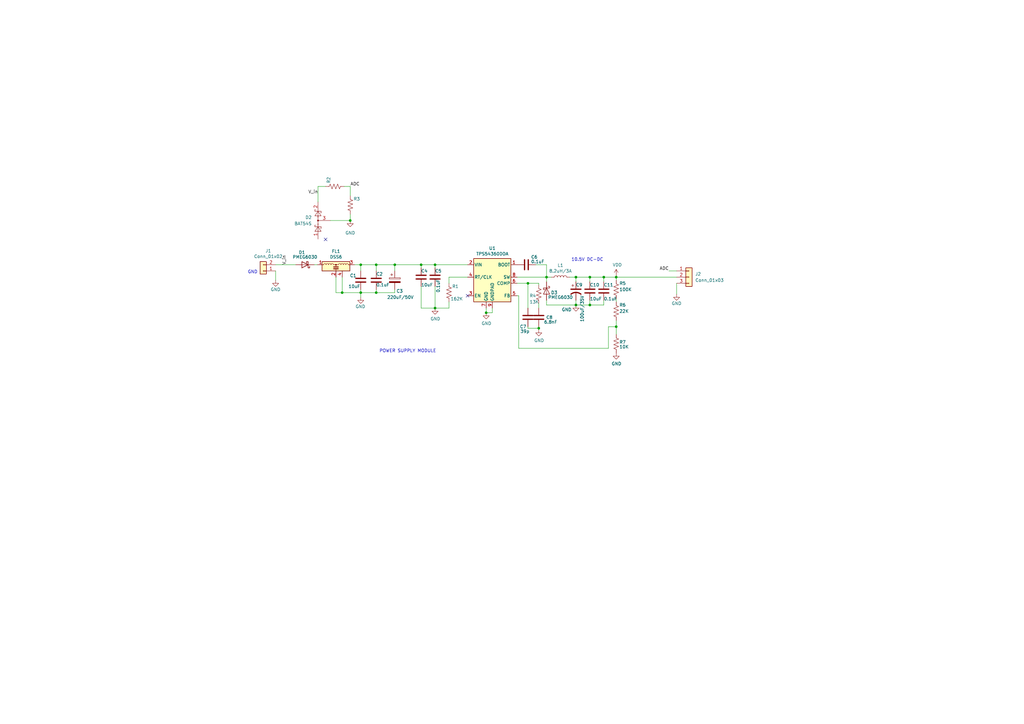
<source format=kicad_sch>
(kicad_sch (version 20211123) (generator eeschema)
  (paper "A3")
  (lib_symbols
    (symbol "BASE_PCB-rescue:C-Device" (pin_numbers hide) (pin_names (offset 0.254))
      (property "Reference" "C" (at 0.635 2.54 0))
      (property "Value" "C-Device" (at 0.635 -2.54 0))
      (symbol "C-Device_0_1"
        (polyline (pts (xy -2.032 -0.762) (xy 2.032 -0.762)) (stroke (width 0.508)))
        (polyline (pts (xy -2.032 0.762) (xy 2.032 0.762)) (stroke (width 0.508)))
      )
      (symbol "C-Device_1_1"
        (pin passive line (at 0 3.81 270) (length 2.794) (name "~") (number "1"))
        (pin passive line (at 0 -3.81 90) (length 2.794) (name "~") (number "2"))
      )
    )
    (symbol "BASE_PCB-rescue:CP1-Device" (pin_numbers hide) (pin_names (offset 0.254) hide)
      (property "Reference" "C" (at 0.635 2.54 0))
      (property "Value" "CP1-Device" (at 0.635 -2.54 0))
      (symbol "CP1-Device_0_1"
        (polyline (pts (xy -2.032 0.762) (xy 2.032 0.762)) (stroke (width 0.508)))
        (polyline (pts (xy -1.778 2.286) (xy -0.762 2.286)))
        (polyline (pts (xy -1.27 1.778) (xy -1.27 2.794)))
        (arc (start 2.032 -1.27) (mid 0 -0.5572) (end -2.032 -1.27) (stroke (width 0.508)))
      )
      (symbol "CP1-Device_1_1"
        (pin passive line (at 0 3.81 270) (length 2.794) (name "~") (number "1"))
        (pin passive line (at 0 -3.81 90) (length 3.302) (name "~") (number "2"))
      )
    )
    (symbol "BASE_PCB-rescue:EMI_Filter_LCL-Device" (pin_names (offset 0.254) hide)
      (property "Reference" "FL1" (at 0 8.0518 0))
      (property "Value" "DSS6" (at 0 5.7404 0))
      (symbol "EMI_Filter_LCL-Device_0_1"
        (rectangle (start -5.715 3.81) (end 5.715 0) (stroke (width 0.254)) (fill (type background)))
        (arc (start -4.064 2.54) (mid -4.572 3.048) (end -5.08 2.54))
        (arc (start -3.048 2.54) (mid -3.556 3.048) (end -4.064 2.54))
        (arc (start -2.032 2.54) (mid -2.54 3.048) (end -3.048 2.54))
        (rectangle (start -1.016 0.762) (end 1.016 1.016) (fill (type outline)))
        (arc (start -1.016 2.54) (mid -1.524 3.048) (end -2.032 2.54))
        (polyline (pts (xy -1.016 2.54) (xy 1.016 2.54)))
        (polyline (pts (xy 0 0.762) (xy 0 0)))
        (polyline (pts (xy 0 2.54) (xy 0 1.778)))
        (circle (center 0 2.54) (radius 0.254) (fill (type outline)))
        (rectangle (start 1.016 1.524) (end -1.016 1.778) (fill (type outline)))
        (arc (start 2.032 2.54) (mid 1.524 3.048) (end 1.016 2.54))
        (arc (start 3.048 2.54) (mid 2.54 3.048) (end 2.032 2.54))
        (arc (start 4.064 2.54) (mid 3.556 3.048) (end 3.048 2.54))
        (arc (start 5.08 2.54) (mid 4.572 3.048) (end 4.064 2.54))
      )
      (symbol "EMI_Filter_LCL-Device_1_1"
        (pin passive line (at -7.62 2.54 0) (length 2.54) (name "1") (number "1"))
        (pin passive line (at 0 -2.54 90) (length 2.54) (name "2") (number "2"))
        (pin passive line (at 7.62 2.54 180) (length 2.54) (name "3") (number "3"))
        (pin passive line (at 2.54 -2.54 90) (length 2.54) (name "GND") (number "4"))
      )
    )
    (symbol "BASE_PCB-rescue:L-Device" (pin_numbers hide) (pin_names (offset 1.016) hide)
      (property "Reference" "L" (at -1.27 0 90))
      (property "Value" "L-Device" (at 1.905 0 90))
      (symbol "L-Device_0_1"
        (arc (start 0 -2.54) (mid 0.635 -1.905) (end 0 -1.27))
        (arc (start 0 -1.27) (mid 0.635 -0.635) (end 0 0))
        (arc (start 0 0) (mid 0.635 0.635) (end 0 1.27))
        (arc (start 0 1.27) (mid 0.635 1.905) (end 0 2.54))
      )
      (symbol "L-Device_1_1"
        (pin passive line (at 0 3.81 270) (length 1.27) (name "1") (number "1"))
        (pin passive line (at 0 -3.81 90) (length 1.27) (name "2") (number "2"))
      )
    )
    (symbol "BASE_PCB-rescue:R_US-Device" (pin_numbers hide) (pin_names (offset 0))
      (property "Reference" "R" (at 2.54 0 90))
      (property "Value" "R_US-Device" (at -2.54 0 90))
      (symbol "R_US-Device_0_1"
        (polyline (pts (xy 0 -2.286) (xy 0 -2.54)))
        (polyline (pts (xy 0 2.286) (xy 0 2.54)))
        (polyline (pts (xy 0 -0.762) (xy 1.016 -1.143) (xy 0 -1.524) (xy -1.016 -1.905) (xy 0 -2.286)))
        (polyline (pts (xy 0 0.762) (xy 1.016 0.381) (xy 0 0) (xy -1.016 -0.381) (xy 0 -0.762)))
        (polyline (pts (xy 0 2.286) (xy 1.016 1.905) (xy 0 1.524) (xy -1.016 1.143) (xy 0 0.762)))
      )
      (symbol "R_US-Device_1_1"
        (pin passive line (at 0 3.81 270) (length 1.27) (name "~") (number "1"))
        (pin passive line (at 0 -3.81 90) (length 1.27) (name "~") (number "2"))
      )
    )
    (symbol "Connector_Generic:Conn_01x02" (pin_names (offset 1.016) hide)
      (property "Reference" "J" (at 0 2.54 0))
      (property "Value" "Conn_01x02" (at 0 -5.08 0))
      (symbol "Conn_01x02_1_1"
        (rectangle (start -1.27 -2.413) (end 0 -2.667) (stroke (width 0.1524)))
        (rectangle (start -1.27 0.127) (end 0 -0.127) (stroke (width 0.1524)))
        (rectangle (start -1.27 1.27) (end 1.27 -3.81) (stroke (width 0.254)) (fill (type background)))
        (pin passive line (at -5.08 0 0) (length 3.81) (name "Pin_1") (number "1"))
        (pin passive line (at -5.08 -2.54 0) (length 3.81) (name "Pin_2") (number "2"))
      )
    )
    (symbol "Connector_Generic:Conn_01x03" (pin_names (offset 1.016) hide)
      (property "Reference" "J" (at 0 5.08 0))
      (property "Value" "Conn_01x03" (at 0 -5.08 0))
      (symbol "Conn_01x03_1_1"
        (rectangle (start -1.27 -2.413) (end 0 -2.667) (stroke (width 0.1524)))
        (rectangle (start -1.27 0.127) (end 0 -0.127) (stroke (width 0.1524)))
        (rectangle (start -1.27 2.667) (end 0 2.413) (stroke (width 0.1524)))
        (rectangle (start -1.27 3.81) (end 1.27 -3.81) (stroke (width 0.254)) (fill (type background)))
        (pin passive line (at -5.08 2.54 0) (length 3.81) (name "Pin_1") (number "1"))
        (pin passive line (at -5.08 0 0) (length 3.81) (name "Pin_2") (number "2"))
        (pin passive line (at -5.08 -2.54 0) (length 3.81) (name "Pin_3") (number "3"))
      )
    )
    (symbol "Device:CP" (pin_numbers hide) (pin_names (offset 0.254))
      (property "Reference" "C" (at 0.635 2.54 0))
      (property "Value" "Device_CP" (at 0.635 -2.54 0))
      (symbol "CP_0_1"
        (rectangle (start -2.286 0.508) (end 2.286 1.016))
        (polyline (pts (xy -1.778 2.286) (xy -0.762 2.286)))
        (polyline (pts (xy -1.27 2.794) (xy -1.27 1.778)))
        (rectangle (start 2.286 -0.508) (end -2.286 -1.016) (fill (type outline)))
      )
      (symbol "CP_1_1"
        (pin passive line (at 0 3.81 270) (length 2.794) (name "~") (number "1"))
        (pin passive line (at 0 -3.81 90) (length 2.794) (name "~") (number "2"))
      )
    )
    (symbol "Diode:1N5819" (pin_numbers hide) (pin_names (offset 1.016) hide)
      (property "Reference" "D" (at 0 2.54 0))
      (property "Value" "1N5819" (at 0 -2.54 0))
      (symbol "1N5819_0_1"
        (polyline (pts (xy 1.27 0) (xy -1.27 0)))
        (polyline (pts (xy 1.27 1.27) (xy 1.27 -1.27) (xy -1.27 0) (xy 1.27 1.27)) (stroke (width 0.254)))
        (polyline (pts (xy -1.905 0.635) (xy -1.905 1.27) (xy -1.27 1.27) (xy -1.27 -1.27) (xy -0.635 -1.27) (xy -0.635 -0.635)) (stroke (width 0.254)))
      )
      (symbol "1N5819_1_1"
        (pin passive line (at -3.81 0 0) (length 2.54) (name "K") (number "1"))
        (pin passive line (at 3.81 0 180) (length 2.54) (name "A") (number "2"))
      )
    )
    (symbol "Diode:BAT54S" (pin_names (offset 1.016))
      (property "Reference" "D" (at 0.635 -3.81 0))
      (property "Value" "BAT54S" (at -6.35 3.175 0))
      (symbol "BAT54S_0_1"
        (polyline (pts (xy -3.81 0) (xy -1.27 0)))
        (polyline (pts (xy -3.175 -1.27) (xy -3.175 -1.016)))
        (polyline (pts (xy -2.54 -1.27) (xy -3.175 -1.27)))
        (polyline (pts (xy -2.54 -1.27) (xy -2.54 1.27)))
        (polyline (pts (xy -2.54 1.27) (xy -1.905 1.27)))
        (polyline (pts (xy -1.905 0) (xy 1.905 0)))
        (polyline (pts (xy -1.905 1.27) (xy -1.905 1.016)))
        (polyline (pts (xy 1.27 0) (xy 3.81 0)))
        (polyline (pts (xy 3.175 -1.27) (xy 3.175 -1.016)))
        (polyline (pts (xy 3.81 -1.27) (xy 3.175 -1.27)))
        (polyline (pts (xy 3.81 -1.27) (xy 3.81 1.27)))
        (polyline (pts (xy 3.81 1.27) (xy 4.445 1.27)))
        (polyline (pts (xy 4.445 1.27) (xy 4.445 1.016)))
        (polyline (pts (xy -4.445 1.27) (xy -4.445 -1.27) (xy -2.54 0) (xy -4.445 1.27)))
        (polyline (pts (xy 1.905 1.27) (xy 1.905 -1.27) (xy 3.81 0) (xy 1.905 1.27)))
        (circle (center 0 0) (radius 0.254) (fill (type outline)))
      )
      (symbol "BAT54S_1_1"
        (pin passive line (at -7.62 0 0) (length 3.81) (name "~") (number "1"))
        (pin passive line (at 7.62 0 180) (length 3.81) (name "~") (number "2"))
        (pin passive line (at 0 -5.08 90) (length 5.08) (name "~") (number "3"))
      )
    )
    (symbol "Diode:PMEG6010CEH" (pin_numbers hide) (pin_names hide)
      (property "Reference" "D" (at 0 2.54 0))
      (property "Value" "PMEG6010CEH" (at 0 -2.54 0))
      (symbol "PMEG6010CEH_0_1"
        (polyline (pts (xy 1.27 0) (xy -1.27 0)))
        (polyline (pts (xy 1.27 1.27) (xy 1.27 -1.27) (xy -1.27 0) (xy 1.27 1.27)) (stroke (width 0.2032)))
        (polyline (pts (xy -1.905 0.635) (xy -1.905 1.27) (xy -1.27 1.27) (xy -1.27 -1.27) (xy -0.635 -1.27) (xy -0.635 -0.635)) (stroke (width 0.2032)))
      )
      (symbol "PMEG6010CEH_1_1"
        (pin passive line (at -3.81 0 0) (length 2.54) (name "K") (number "1"))
        (pin passive line (at 3.81 0 180) (length 2.54) (name "A") (number "2"))
      )
    )
    (symbol "Regulator_Switching:TPS54360DDA" (pin_names (offset 0.254))
      (property "Reference" "U" (at -7.62 11.43 0))
      (property "Value" "TPS54360DDA" (at -7.62 8.89 0))
      (symbol "TPS54360DDA_0_1"
        (rectangle (start -7.62 7.62) (end 7.62 -10.16) (stroke (width 0.254)) (fill (type background)))
      )
      (symbol "TPS54360DDA_1_1"
        (pin input line (at 10.16 5.08 180) (length 2.54) (name "BOOT") (number "1"))
        (pin power_in line (at -10.16 5.08 0) (length 2.54) (name "VIN") (number "2"))
        (pin input line (at -10.16 -7.62 0) (length 2.54) (name "EN") (number "3"))
        (pin input line (at -10.16 0 0) (length 2.54) (name "RT/CLK") (number "4"))
        (pin input line (at 10.16 -7.62 180) (length 2.54) (name "FB") (number "5"))
        (pin passive line (at 10.16 -2.54 180) (length 2.54) (name "COMP") (number "6"))
        (pin power_in line (at -2.54 -12.7 90) (length 2.54) (name "GND") (number "7"))
        (pin output line (at 10.16 0 180) (length 2.54) (name "SW") (number "8"))
        (pin power_in line (at 0 -12.7 90) (length 2.54) (name "GNDPAD") (number "9"))
      )
    )
    (symbol "power:GND" (power) (pin_names (offset 0))
      (property "Value" "GND" (at 0 -3.81 0))
      (symbol "GND_0_1"
        (polyline (pts (xy 0 0) (xy 0 -1.27) (xy 1.27 -1.27) (xy 0 -2.54) (xy -1.27 -1.27) (xy 0 -1.27)))
      )
      (symbol "GND_1_1"
        (pin power_in line (at 0 0 270) (length 0) hide (name "GND") (number "1"))
      )
    )
    (symbol "power:VDD" (power) (pin_names (offset 0))
      (property "Value" "VDD" (at 0 3.81 0))
      (symbol "VDD_0_1"
        (polyline (pts (xy -0.762 1.27) (xy 0 2.54)))
        (polyline (pts (xy 0 0) (xy 0 2.54)))
        (polyline (pts (xy 0 2.54) (xy 0.762 1.27)))
      )
      (symbol "VDD_1_1"
        (pin power_in line (at 0 0 90) (length 0) hide (name "VDD") (number "1"))
      )
    )
  )
  (junction (at 172.72 108.585))
  (junction (at 154.305 120.015))
  (junction (at 252.73 133.985))
  (junction (at 178.435 108.585))
  (junction (at 241.935 113.665))
  (junction (at 178.435 126.365))
  (junction (at 224.155 113.665))
  (junction (at 236.22 113.665))
  (junction (at 143.6378 90.4494))
  (junction (at 199.39 128.27))
  (junction (at 241.935 125.095))
  (junction (at 216.535 116.205))
  (junction (at 154.305 108.585))
  (junction (at 220.98 134.62))
  (junction (at 147.955 120.015))
  (junction (at 140.335 120.015))
  (junction (at 247.65 113.665))
  (junction (at 147.955 108.585))
  (junction (at 252.73 113.665))
  (junction (at 236.22 125.095))
  (junction (at 161.925 108.585))
  (no_connect (at 191.77 121.285))
  (no_connect (at 133.5378 98.1994))
  (wire (pts (xy 216.535 133.985) (xy 216.535 134.62)))
  (wire (pts (xy 128.905 108.585) (xy 130.175 108.585)))
  (wire (pts (xy 184.15 126.365) (xy 184.15 123.825)))
  (wire (pts (xy 277.495 120.65) (xy 277.495 116.205)))
  (wire (pts (xy 184.15 113.665) (xy 184.15 116.205)))
  (wire (pts (xy 236.22 113.665) (xy 241.935 113.665)))
  (wire (pts (xy 224.155 113.665) (xy 226.06 113.665)))
  (wire (pts (xy 236.22 125.095) (xy 241.935 125.095)))
  (wire (pts (xy 145.415 108.585) (xy 147.955 108.585)))
  (wire (pts (xy 191.77 113.665) (xy 184.15 113.665)))
  (wire (pts (xy 161.925 108.585) (xy 172.72 108.585)))
  (wire (pts (xy 137.795 120.015) (xy 140.335 120.015)))
  (wire (pts (xy 216.535 116.205) (xy 220.98 116.205)))
  (wire (pts (xy 212.725 142.875) (xy 249.555 142.875)))
  (wire (pts (xy 247.65 125.095) (xy 247.65 123.19)))
  (wire (pts (xy 247.65 113.665) (xy 252.73 113.665)))
  (wire (pts (xy 130.429 76.4794) (xy 130.429 82.8294)))
  (wire (pts (xy 143.6878 87.9094) (xy 143.6878 90.4494)))
  (wire (pts (xy 233.68 113.665) (xy 236.22 113.665)))
  (wire (pts (xy 241.935 113.665) (xy 247.65 113.665)))
  (wire (pts (xy 224.155 115.57) (xy 224.155 113.665)))
  (wire (pts (xy 241.935 113.665) (xy 241.935 115.57)))
  (wire (pts (xy 252.73 113.665) (xy 252.73 114.935)))
  (wire (pts (xy 172.72 117.475) (xy 172.72 126.365)))
  (wire (pts (xy 178.435 109.855) (xy 178.435 108.585)))
  (wire (pts (xy 220.98 124.46) (xy 220.98 126.365)))
  (wire (pts (xy 216.535 126.365) (xy 216.535 116.205)))
  (wire (pts (xy 201.93 128.27) (xy 201.93 126.365)))
  (wire (pts (xy 274.32 111.125) (xy 277.495 111.125)))
  (wire (pts (xy 252.73 122.555) (xy 252.73 123.825)))
  (wire (pts (xy 178.435 108.585) (xy 172.72 108.585)))
  (wire (pts (xy 140.335 120.015) (xy 147.955 120.015)))
  (wire (pts (xy 199.39 128.27) (xy 201.93 128.27)))
  (wire (pts (xy 178.435 117.475) (xy 178.435 126.365)))
  (wire (pts (xy 154.305 108.585) (xy 161.925 108.585)))
  (wire (pts (xy 161.925 120.015) (xy 161.925 118.745)))
  (wire (pts (xy 133.5278 76.4794) (xy 130.429 76.4794)))
  (wire (pts (xy 219.71 108.585) (xy 224.155 108.585)))
  (wire (pts (xy 252.73 113.665) (xy 252.73 113.03)))
  (wire (pts (xy 241.935 125.095) (xy 247.65 125.095)))
  (wire (pts (xy 178.435 108.585) (xy 191.77 108.585)))
  (wire (pts (xy 147.955 108.585) (xy 154.305 108.585)))
  (wire (pts (xy 172.72 126.365) (xy 178.435 126.365)))
  (wire (pts (xy 137.795 113.665) (xy 137.795 120.015)))
  (wire (pts (xy 154.305 111.125) (xy 154.305 108.585)))
  (wire (pts (xy 224.155 108.585) (xy 224.155 113.665)))
  (wire (pts (xy 247.65 115.57) (xy 247.65 113.665)))
  (wire (pts (xy 113.03 108.585) (xy 121.285 108.585)))
  (wire (pts (xy 277.495 113.665) (xy 252.73 113.665)))
  (wire (pts (xy 161.925 108.585) (xy 161.925 111.125)))
  (wire (pts (xy 199.39 126.365) (xy 199.39 128.27)))
  (wire (pts (xy 147.955 111.125) (xy 147.955 108.585)))
  (wire (pts (xy 236.22 123.19) (xy 236.22 125.095)))
  (wire (pts (xy 224.155 125.095) (xy 236.22 125.095)))
  (wire (pts (xy 249.555 133.985) (xy 249.555 142.875)))
  (wire (pts (xy 140.335 113.665) (xy 140.335 120.015)))
  (wire (pts (xy 252.73 133.985) (xy 249.555 133.985)))
  (wire (pts (xy 154.305 120.015) (xy 154.305 118.745)))
  (wire (pts (xy 143.6878 76.4794) (xy 143.6878 80.2894)))
  (wire (pts (xy 154.305 120.015) (xy 161.925 120.015)))
  (wire (pts (xy 147.955 120.015) (xy 154.305 120.015)))
  (wire (pts (xy 212.09 121.285) (xy 212.725 121.285)))
  (wire (pts (xy 143.6378 90.4494) (xy 135.509 90.4494)))
  (wire (pts (xy 220.98 134.62) (xy 220.98 135.255)))
  (wire (pts (xy 252.73 131.445) (xy 252.73 133.985)))
  (wire (pts (xy 141.1478 76.4794) (xy 143.6878 76.4794)))
  (wire (pts (xy 236.22 115.57) (xy 236.22 113.665)))
  (wire (pts (xy 224.155 123.19) (xy 224.155 125.095)))
  (wire (pts (xy 220.98 116.205) (xy 220.98 116.84)))
  (wire (pts (xy 147.955 120.015) (xy 147.955 121.92)))
  (wire (pts (xy 220.98 133.985) (xy 220.98 134.62)))
  (wire (pts (xy 241.935 123.19) (xy 241.935 125.095)))
  (wire (pts (xy 147.955 118.745) (xy 147.955 120.015)))
  (wire (pts (xy 212.725 121.285) (xy 212.725 142.875)))
  (wire (pts (xy 178.435 126.365) (xy 184.15 126.365)))
  (wire (pts (xy 252.73 133.985) (xy 252.73 137.16)))
  (wire (pts (xy 216.535 134.62) (xy 220.98 134.62)))
  (wire (pts (xy 113.03 114.935) (xy 113.03 111.125)))
  (wire (pts (xy 212.09 113.665) (xy 224.155 113.665)))
  (wire (pts (xy 143.6878 90.4494) (xy 143.6378 90.4494)))
  (wire (pts (xy 172.72 108.585) (xy 172.72 109.855)))
  (wire (pts (xy 212.09 116.205) (xy 216.535 116.205)))
  (text "10.5V DC-DC" (at 234.315 107.315 0) (effects (font (size 1.27 1.27)) (justify left bottom)))
  (text "POWER SUPPLY MODULE\n" (at 155.575 144.78 0) (effects (font (size 1.27 1.27)) (justify left bottom)))
  (text "GND" (at 101.6 112.395 0) (effects (font (size 1.27 1.27)) (justify left bottom)))
  (label "ADC" (at 143.6878 76.4794 0))
  (label "ADC" (at 274.32 111.125 180))
  (label "V_in" (at 130.429 79.7052 180))
  (label "V_in" (at 117.602 108.585 90))
  (symbol (lib_id "BASE_PCB-rescue:R_US-Device") (at 252.73 118.745 0) (unit 1)
    (property "Reference" "R5" (at 254 116.205 0) (effects (justify left)))
    (property "Value" "100K" (at 254 118.745 0) (effects (justify left)))
    (property "Footprint" "Resistor_SMD:R_0805_2012Metric_Pad1.20x1.40mm_HandSolder" (effects hide))
  )
  (symbol (lib_id "BASE_PCB-rescue:CP1-Device") (at 236.22 119.38 0) (unit 1)
    (property "Reference" "C9" (at 236.22 116.84 0) (effects (justify left)))
    (property "Value" "100uF/35V" (at 238.76 132.08 90) (effects (justify left)))
    (property "Footprint" "Capacitor_SMD:CP_Elec_10x14.3" (effects hide))
  )
  (symbol (lib_id "power:GND") (at 220.98 135.255 0) (unit 1)
    (property "Reference" "#PWR0102" (effects hide))
    (property "Value" "GND" (at 221.107 139.6492 0))
  )
  (symbol (lib_id "BASE_PCB-rescue:C-Device") (at 247.65 119.38 0) (unit 1)
    (property "Reference" "C11" (at 247.65 116.84 0) (effects (justify left)))
    (property "Value" "0.1uF" (at 247.65 122.555 0) (effects (justify left)))
    (property "Footprint" "Capacitor_SMD:C_0805_2012Metric_Pad1.18x1.45mm_HandSolder" (effects hide))
  )
  (symbol (lib_id "BASE_PCB-rescue:R_US-Device") (at 143.6878 84.0994 0) (unit 1)
    (property "Reference" "R3" (at 144.9578 81.5594 0) (effects (justify left)))
    (property "Value" "0" (effects hide))
    (property "Footprint" "Resistor_SMD:R_0805_2012Metric_Pad1.20x1.40mm_HandSolder" (effects hide))
  )
  (symbol (lib_id "BASE_PCB-rescue:EMI_Filter_LCL-Device") (at 137.795 111.125 0) (unit 1)
    (property "Reference" "FL1" (at 137.795 103.0732 0))
    (property "Value" "DSS6" (at 137.795 105.3846 0))
    (property "Footprint" "Apogee:EMI_Filter_NFM41CC102R2A3L" (effects hide))
    (property "Datasheet" "http://www.murata.com/~/media/webrenewal/support/library/catalog/products/emc/emifil/c31e.ashx?la=en-gb" (effects hide))
  )
  (symbol (lib_id "BASE_PCB-rescue:C-Device") (at 178.435 113.665 0) (unit 1)
    (property "Reference" "C5" (at 178.435 111.125 0) (effects (justify left)))
    (property "Value" "0.1uF" (at 179.705 120.015 90) (effects (justify left)))
    (property "Footprint" "Capacitor_SMD:C_0805_2012Metric_Pad1.18x1.45mm_HandSolder" (effects hide))
  )
  (symbol (lib_id "power:VDD") (at 252.73 113.03 0) (unit 1)
    (property "Reference" "#PWR0109" (effects hide))
    (property "Value" "VDD" (at 253.1618 108.6358 0))
  )
  (symbol (lib_id "BASE_PCB-rescue:R_US-Device") (at 184.15 120.015 0) (unit 1)
    (property "Reference" "R1" (at 185.42 117.475 0) (effects (justify left)))
    (property "Value" "162K" (at 184.785 122.555 0) (effects (justify left)))
    (property "Footprint" "Resistor_SMD:R_0805_2012Metric_Pad1.20x1.40mm_HandSolder" (effects hide))
  )
  (symbol (lib_id "power:GND") (at 252.73 144.78 0) (unit 1)
    (property "Reference" "#PWR0108" (effects hide))
    (property "Value" "GND" (at 252.857 149.1742 0))
  )
  (symbol (lib_id "BASE_PCB-rescue:R_US-Device") (at 252.73 127.635 0) (unit 1)
    (property "Reference" "R6" (at 254 125.095 0) (effects (justify left)))
    (property "Value" "22K" (at 254 127.635 0) (effects (justify left)))
    (property "Footprint" "Resistor_SMD:R_0805_2012Metric_Pad1.20x1.40mm_HandSolder" (effects hide))
  )
  (symbol (lib_id "Connector_Generic:Conn_01x03") (at 282.575 113.665 0) (unit 1)
    (property "Reference" "J2" (at 285.115 112.3949 0) (effects (justify left)))
    (property "Value" "Conn_01x03" (at 285.115 114.9349 0) (effects (justify left)))
    (property "Footprint" "Connector_JST:JST_EH_B3B-EH-A_1x03_P2.50mm_Vertical" (effects hide))
  )
  (symbol (lib_id "Connector_Generic:Conn_01x02") (at 107.95 111.125 180) (unit 1)
    (property "Reference" "J1" (at 110.0328 102.87 0))
    (property "Value" "Conn_01x02" (at 110.0328 105.1814 0))
    (property "Footprint" "Connector_JST:JST_XH_B2B-XH-A_1x02_P2.50mm_Vertical" (effects hide))
  )
  (symbol (lib_id "power:GND") (at 277.495 120.65 0) (unit 1)
    (property "Reference" "#PWR0110" (effects hide))
    (property "Value" "GND" (at 277.495 124.46 0))
  )
  (symbol (lib_id "BASE_PCB-rescue:C-Device") (at 220.98 130.175 180) (unit 1)
    (property "Reference" "C8" (at 226.695 130.175 0) (effects (justify left)))
    (property "Value" "6.8nF" (at 228.6 132.08 0) (effects (justify left)))
    (property "Footprint" "Capacitor_SMD:C_0805_2012Metric_Pad1.18x1.45mm_HandSolder" (effects hide))
  )
  (symbol (lib_id "power:GND") (at 143.6378 90.4494 0) (unit 1)
    (property "Reference" "#PWR0103" (effects hide))
    (property "Value" "GND" (at 143.6378 95.5294 0))
  )
  (symbol (lib_id "BASE_PCB-rescue:R_US-Device") (at 220.98 120.65 0) (unit 1)
    (property "Reference" "R4" (at 217.17 121.285 0) (effects (justify left)))
    (property "Value" "13K" (at 217.17 123.825 0) (effects (justify left)))
    (property "Footprint" "Resistor_SMD:R_0805_2012Metric_Pad1.20x1.40mm_HandSolder" (effects hide))
  )
  (symbol (lib_id "BASE_PCB-rescue:R_US-Device") (at 137.3378 76.4794 90) (unit 1)
    (property "Reference" "R2" (at 134.7978 75.2094 0) (effects (justify left)))
    (property "Value" "0" (effects hide))
    (property "Footprint" "Resistor_SMD:R_0805_2012Metric_Pad1.20x1.40mm_HandSolder" (effects hide))
  )
  (symbol (lib_id "BASE_PCB-rescue:C-Device") (at 216.535 130.175 180) (unit 1)
    (property "Reference" "C7" (at 215.9 133.985 0) (effects (justify left)))
    (property "Value" "39p" (at 217.17 135.89 0) (effects (justify left)))
    (property "Footprint" "Capacitor_SMD:C_0805_2012Metric_Pad1.18x1.45mm_HandSolder" (effects hide))
  )
  (symbol (lib_id "power:GND") (at 178.435 126.365 0) (unit 1)
    (property "Reference" "#PWR0105" (effects hide))
    (property "Value" "GND" (at 178.562 130.7592 0))
  )
  (symbol (lib_id "power:GND") (at 147.955 121.92 0) (unit 1)
    (property "Reference" "#PWR0106" (effects hide))
    (property "Value" "GND" (at 149.86 125.73 0) (effects (justify right)))
  )
  (symbol (lib_id "BASE_PCB-rescue:C-Device") (at 215.9 108.585 270) (unit 1)
    (property "Reference" "C6" (at 217.805 105.41 90) (effects (justify left)))
    (property "Value" "0.1uF" (at 217.805 107.315 90) (effects (justify left)))
    (property "Footprint" "Capacitor_SMD:C_0805_2012Metric_Pad1.18x1.45mm_HandSolder" (effects hide))
  )
  (symbol (lib_id "BASE_PCB-rescue:C-Device") (at 241.935 119.38 0) (unit 1)
    (property "Reference" "C10" (at 241.935 116.84 0) (effects (justify left)))
    (property "Value" "10uF" (at 241.935 122.555 0) (effects (justify left)))
    (property "Footprint" "Capacitor_SMD:C_0805_2012Metric_Pad1.18x1.45mm_HandSolder" (effects hide))
  )
  (symbol (lib_id "Diode:BAT54S") (at 130.429 90.4494 90) (unit 1)
    (property "Reference" "D2" (at 127.889 89.1793 90) (effects (justify left)))
    (property "Value" "BAT54S" (at 127.889 91.7193 90) (effects (justify left)))
    (property "Footprint" "Package_TO_SOT_SMD:SOT-23" (effects hide))
    (property "Datasheet" "https://www.diodes.com/assets/Datasheets/ds11005.pdf" (effects hide))
  )
  (symbol (lib_id "BASE_PCB-rescue:L-Device") (at 229.87 113.665 90) (unit 1)
    (property "Reference" "L1" (at 229.87 108.839 90))
    (property "Value" "8.2uH/3A" (at 229.87 111.1504 90))
    (property "Footprint" "Inductor_SMD:L_Neosid_Ms85" (effects hide))
  )
  (symbol (lib_id "Regulator_Switching:TPS54360DDA") (at 201.93 113.665 0) (unit 1)
    (property "Reference" "U1" (at 201.93 101.8032 0))
    (property "Value" "TPS54360DDA" (at 201.93 104.1146 0))
    (property "Footprint" "Package_SO:SOIC-8-1EP_3.9x4.9mm_P1.27mm_EP2.514x3.2mm_ThermalVias" (effects hide))
    (property "Datasheet" "http://www.ti.com/lit/ds/symlink/tps54360.pdf" (effects hide))
  )
  (symbol (lib_id "power:GND") (at 113.03 114.935 0) (unit 1)
    (property "Reference" "#PWR0107" (effects hide))
    (property "Value" "GND" (at 113.03 118.745 0))
  )
  (symbol (lib_id "BASE_PCB-rescue:C-Device") (at 172.72 113.665 0) (unit 1)
    (property "Reference" "C4" (at 172.72 111.125 0) (effects (justify left)))
    (property "Value" "10uF" (at 172.72 116.84 0) (effects (justify left)))
    (property "Footprint" "Capacitor_SMD:C_0805_2012Metric_Pad1.18x1.45mm_HandSolder" (effects hide))
  )
  (symbol (lib_id "BASE_PCB-rescue:C-Device") (at 154.305 114.935 0) (unit 1)
    (property "Reference" "C2" (at 154.305 112.395 0) (effects (justify left)))
    (property "Value" "0.1uF" (at 154.305 116.84 0) (effects (justify left)))
    (property "Footprint" "Capacitor_SMD:C_0805_2012Metric_Pad1.18x1.45mm_HandSolder" (effects hide))
  )
  (symbol (lib_id "BASE_PCB-rescue:R_US-Device") (at 252.73 140.97 0) (unit 1)
    (property "Reference" "R7" (at 254 140.335 0) (effects (justify left)))
    (property "Value" "10K" (at 254 142.24 0) (effects (justify left)))
    (property "Footprint" "Resistor_SMD:R_0805_2012Metric_Pad1.20x1.40mm_HandSolder" (effects hide))
  )
  (symbol (lib_id "BASE_PCB-rescue:C-Device") (at 147.955 114.935 0) (unit 1)
    (property "Reference" "C1" (at 143.51 113.03 0) (effects (justify left)))
    (property "Value" "10uF" (at 142.875 117.475 0) (effects (justify left)))
    (property "Footprint" "Capacitor_SMD:C_0805_2012Metric_Pad1.18x1.45mm_HandSolder" (effects hide))
  )
  (symbol (lib_id "Diode:1N5819") (at 125.095 108.585 180) (unit 1)
    (property "Reference" "D1" (at 123.825 103.505 0))
    (property "Value" "PMEG6030" (at 125.095 105.41 0))
    (property "Footprint" "Diode_SMD:D_SMA" (effects hide))
    (property "Datasheet" "http://www.vishay.com/docs/88525/1n5817.pdf" (effects hide))
  )
  (symbol (lib_id "power:GND") (at 199.39 128.27 0) (unit 1)
    (property "Reference" "#PWR0104" (effects hide))
    (property "Value" "GND" (at 199.517 132.6642 0))
  )
  (symbol (lib_id "Diode:PMEG6010CEH") (at 224.155 119.38 270) (unit 1)
    (property "Reference" "D3" (at 227.33 120.015 90))
    (property "Value" "PMEG6030" (at 229.87 121.92 90))
    (property "Footprint" "Diode_SMD:D_SMA" (effects hide))
    (property "Datasheet" "https://assets.nexperia.com/documents/data-sheet/PMEG6010CEH_PMEG6010CEJ.pdf" (effects hide))
  )
  (symbol (lib_id "Device:CP") (at 161.925 114.935 0) (unit 1)
    (property "Reference" "C3" (at 162.56 119.38 0) (effects (justify left)))
    (property "Value" "220uF/50V" (at 158.75 121.92 0) (effects (justify left)))
    (property "Footprint" "Capacitor_SMD:CP_Elec_10x14.3" (effects hide))
  )
  (symbol (lib_id "power:GND") (at 236.22 125.095 0) (unit 1)
    (property "Reference" "#PWR0101" (effects hide))
    (property "Value" "GND" (at 232.41 127 0))
  )
)
</source>
